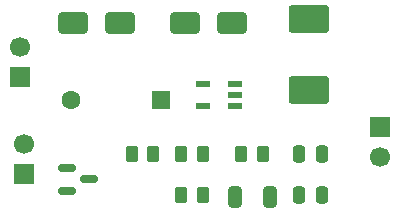
<source format=gbr>
%TF.GenerationSoftware,KiCad,Pcbnew,9.0.4*%
%TF.CreationDate,2025-10-16T10:52:12+01:00*%
%TF.ProjectId,tinySolarSupply,74696e79-536f-46c6-9172-537570706c79,rev?*%
%TF.SameCoordinates,Original*%
%TF.FileFunction,Soldermask,Top*%
%TF.FilePolarity,Negative*%
%FSLAX46Y46*%
G04 Gerber Fmt 4.6, Leading zero omitted, Abs format (unit mm)*
G04 Created by KiCad (PCBNEW 9.0.4) date 2025-10-16 10:52:12*
%MOMM*%
%LPD*%
G01*
G04 APERTURE LIST*
G04 Aperture macros list*
%AMRoundRect*
0 Rectangle with rounded corners*
0 $1 Rounding radius*
0 $2 $3 $4 $5 $6 $7 $8 $9 X,Y pos of 4 corners*
0 Add a 4 corners polygon primitive as box body*
4,1,4,$2,$3,$4,$5,$6,$7,$8,$9,$2,$3,0*
0 Add four circle primitives for the rounded corners*
1,1,$1+$1,$2,$3*
1,1,$1+$1,$4,$5*
1,1,$1+$1,$6,$7*
1,1,$1+$1,$8,$9*
0 Add four rect primitives between the rounded corners*
20,1,$1+$1,$2,$3,$4,$5,0*
20,1,$1+$1,$4,$5,$6,$7,0*
20,1,$1+$1,$6,$7,$8,$9,0*
20,1,$1+$1,$8,$9,$2,$3,0*%
G04 Aperture macros list end*
%ADD10R,1.175499X0.558000*%
%ADD11RoundRect,0.235000X1.465000X-0.940000X1.465000X0.940000X-1.465000X0.940000X-1.465000X-0.940000X0*%
%ADD12RoundRect,0.250000X0.262500X0.450000X-0.262500X0.450000X-0.262500X-0.450000X0.262500X-0.450000X0*%
%ADD13RoundRect,0.250000X0.550000X0.550000X-0.550000X0.550000X-0.550000X-0.550000X0.550000X-0.550000X0*%
%ADD14C,1.600000*%
%ADD15R,1.700000X1.700000*%
%ADD16C,1.700000*%
%ADD17RoundRect,0.250000X0.250000X0.475000X-0.250000X0.475000X-0.250000X-0.475000X0.250000X-0.475000X0*%
%ADD18RoundRect,0.250000X1.000000X0.650000X-1.000000X0.650000X-1.000000X-0.650000X1.000000X-0.650000X0*%
%ADD19RoundRect,0.250000X-0.262500X-0.450000X0.262500X-0.450000X0.262500X0.450000X-0.262500X0.450000X0*%
%ADD20RoundRect,0.150000X-0.587500X-0.150000X0.587500X-0.150000X0.587500X0.150000X-0.587500X0.150000X0*%
%ADD21RoundRect,0.250000X-0.250000X-0.475000X0.250000X-0.475000X0.250000X0.475000X-0.250000X0.475000X0*%
%ADD22RoundRect,0.250000X0.325000X0.650000X-0.325000X0.650000X-0.325000X-0.650000X0.325000X-0.650000X0*%
G04 APERTURE END LIST*
D10*
%TO.C,U1*%
X120500000Y-144500000D03*
X120500000Y-142599998D03*
X123224902Y-142599998D03*
X123224902Y-143549999D03*
X123224902Y-144500000D03*
%TD*%
D11*
%TO.C,L1*%
X129500000Y-137105000D03*
X129500000Y-143155000D03*
%TD*%
D12*
%TO.C,R3*%
X116325000Y-148500000D03*
X114500000Y-148500000D03*
%TD*%
D13*
%TO.C,J3*%
X117000000Y-144000000D03*
D14*
X109380000Y-144000000D03*
%TD*%
D15*
%TO.C,J1*%
X135500000Y-146225000D03*
D16*
X135500000Y-148765000D03*
%TD*%
D15*
%TO.C,J2*%
X105335000Y-150215000D03*
D16*
X105335000Y-147675000D03*
%TD*%
D17*
%TO.C,C1*%
X128675000Y-148500000D03*
X130575000Y-148500000D03*
%TD*%
D18*
%TO.C,D1*%
X119000000Y-137430000D03*
X123000000Y-137430000D03*
%TD*%
D19*
%TO.C,R4*%
X120500000Y-152000000D03*
X118675000Y-152000000D03*
%TD*%
D12*
%TO.C,R2*%
X120500000Y-148500000D03*
X118675000Y-148500000D03*
%TD*%
%TO.C,R1*%
X125612500Y-148500000D03*
X123787500Y-148500000D03*
%TD*%
D20*
%TO.C,Q1*%
X109000000Y-149725000D03*
X109000000Y-151625000D03*
X110875000Y-150675000D03*
%TD*%
D18*
%TO.C,D2*%
X113500000Y-137430000D03*
X109500000Y-137430000D03*
%TD*%
D21*
%TO.C,C3*%
X128675000Y-152030000D03*
X130575000Y-152030000D03*
%TD*%
D22*
%TO.C,C2*%
X126175000Y-152200000D03*
X123225000Y-152200000D03*
%TD*%
D15*
%TO.C,J4*%
X105000000Y-142000000D03*
D16*
X105000000Y-139460000D03*
%TD*%
M02*

</source>
